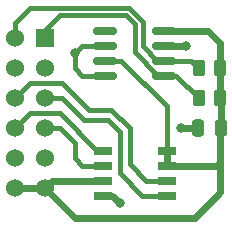
<source format=gtl>
%TF.GenerationSoftware,KiCad,Pcbnew,(6.0.5)*%
%TF.CreationDate,2022-05-30T11:24:41-06:00*%
%TF.ProjectId,PMOD_MEM,504d4f44-5f4d-4454-9d2e-6b696361645f,rev?*%
%TF.SameCoordinates,Original*%
%TF.FileFunction,Copper,L1,Top*%
%TF.FilePolarity,Positive*%
%FSLAX46Y46*%
G04 Gerber Fmt 4.6, Leading zero omitted, Abs format (unit mm)*
G04 Created by KiCad (PCBNEW (6.0.5)) date 2022-05-30 11:24:41*
%MOMM*%
%LPD*%
G01*
G04 APERTURE LIST*
G04 Aperture macros list*
%AMRoundRect*
0 Rectangle with rounded corners*
0 $1 Rounding radius*
0 $2 $3 $4 $5 $6 $7 $8 $9 X,Y pos of 4 corners*
0 Add a 4 corners polygon primitive as box body*
4,1,4,$2,$3,$4,$5,$6,$7,$8,$9,$2,$3,0*
0 Add four circle primitives for the rounded corners*
1,1,$1+$1,$2,$3*
1,1,$1+$1,$4,$5*
1,1,$1+$1,$6,$7*
1,1,$1+$1,$8,$9*
0 Add four rect primitives between the rounded corners*
20,1,$1+$1,$2,$3,$4,$5,0*
20,1,$1+$1,$4,$5,$6,$7,0*
20,1,$1+$1,$6,$7,$8,$9,0*
20,1,$1+$1,$8,$9,$2,$3,0*%
G04 Aperture macros list end*
%TA.AperFunction,ComponentPad*%
%ADD10R,1.524000X1.524000*%
%TD*%
%TA.AperFunction,ComponentPad*%
%ADD11C,1.524000*%
%TD*%
%TA.AperFunction,SMDPad,CuDef*%
%ADD12RoundRect,0.250000X0.262500X0.450000X-0.262500X0.450000X-0.262500X-0.450000X0.262500X-0.450000X0*%
%TD*%
%TA.AperFunction,SMDPad,CuDef*%
%ADD13RoundRect,0.250000X0.250000X0.475000X-0.250000X0.475000X-0.250000X-0.475000X0.250000X-0.475000X0*%
%TD*%
%TA.AperFunction,SMDPad,CuDef*%
%ADD14RoundRect,0.150000X-0.825000X-0.150000X0.825000X-0.150000X0.825000X0.150000X-0.825000X0.150000X0*%
%TD*%
%TA.AperFunction,SMDPad,CuDef*%
%ADD15R,1.525000X0.700000*%
%TD*%
%TA.AperFunction,ViaPad*%
%ADD16C,0.800000*%
%TD*%
%TA.AperFunction,Conductor*%
%ADD17C,0.600000*%
%TD*%
%TA.AperFunction,Conductor*%
%ADD18C,0.400000*%
%TD*%
G04 APERTURE END LIST*
D10*
%TO.P,PMOD1,1,IOA0*%
%TO.N,/SDA*%
X102870000Y-100330000D03*
D11*
%TO.P,PMOD1,2,IOA1*%
%TO.N,unconnected-(PMOD1-Pad2)*%
X102870000Y-102870000D03*
%TO.P,PMOD1,3,IOA2*%
%TO.N,/MOSI*%
X102870000Y-105410000D03*
%TO.P,PMOD1,4,IOA3*%
%TO.N,/MISO*%
X102870000Y-107950000D03*
%TO.P,PMOD1,5,GND*%
%TO.N,GND*%
X102870000Y-110490000D03*
%TO.P,PMOD1,6,VCC*%
%TO.N,+3V3*%
X102870000Y-113030000D03*
%TO.P,PMOD1,7,IOB0*%
%TO.N,/SCL*%
X100330000Y-100330000D03*
%TO.P,PMOD1,8,IOB1*%
%TO.N,unconnected-(PMOD1-Pad8)*%
X100330000Y-102870000D03*
%TO.P,PMOD1,9,IOB2*%
%TO.N,/SCLK*%
X100330000Y-105410000D03*
%TO.P,PMOD1,10,IOB3*%
%TO.N,/~{CS}*%
X100330000Y-107950000D03*
%TO.P,PMOD1,11,GND*%
%TO.N,GND*%
X100330000Y-110490000D03*
%TO.P,PMOD1,12,VCC*%
%TO.N,+3V3*%
X100330000Y-113030000D03*
%TD*%
D12*
%TO.P,R2,1*%
%TO.N,+3V3*%
X117752500Y-102870000D03*
%TO.P,R2,2*%
%TO.N,/SCL*%
X115927500Y-102870000D03*
%TD*%
D13*
%TO.P,C1,1*%
%TO.N,+3V3*%
X117790000Y-107950000D03*
%TO.P,C1,2*%
%TO.N,GND*%
X115890000Y-107950000D03*
%TD*%
D12*
%TO.P,R1,1*%
%TO.N,+3V3*%
X117752500Y-105410000D03*
%TO.P,R1,2*%
%TO.N,/SDA*%
X115927500Y-105410000D03*
%TD*%
D14*
%TO.P,U1,1,NC*%
%TO.N,unconnected-(U1-Pad1)*%
X108015000Y-99695000D03*
%TO.P,U1,2,A1*%
%TO.N,GND*%
X108015000Y-100965000D03*
%TO.P,U1,3,A2*%
%TO.N,+3V3*%
X108015000Y-102235000D03*
%TO.P,U1,4,GND*%
%TO.N,GND*%
X108015000Y-103505000D03*
%TO.P,U1,5,SDA*%
%TO.N,/SDA*%
X112965000Y-103505000D03*
%TO.P,U1,6,SCL*%
%TO.N,/SCL*%
X112965000Y-102235000D03*
%TO.P,U1,7,WP*%
%TO.N,GND*%
X112965000Y-100965000D03*
%TO.P,U1,8,VCC*%
%TO.N,+3V3*%
X112965000Y-99695000D03*
%TD*%
D15*
%TO.P,IC1,1,~{CS}*%
%TO.N,/~{CS}*%
X107778000Y-109855000D03*
%TO.P,IC1,2,DO_(IO1)*%
%TO.N,/MISO*%
X107778000Y-111125000D03*
%TO.P,IC1,3,~{WP_(IO2})*%
%TO.N,+3V3*%
X107778000Y-112395000D03*
%TO.P,IC1,4,GND*%
%TO.N,GND*%
X107778000Y-113665000D03*
%TO.P,IC1,5,DI_(IO0)*%
%TO.N,/MOSI*%
X113202000Y-113665000D03*
%TO.P,IC1,6,CLK*%
%TO.N,/SCLK*%
X113202000Y-112395000D03*
%TO.P,IC1,7,~{HOLD_OR_}RESET_(IO3)*%
%TO.N,+3V3*%
X113202000Y-111125000D03*
%TO.P,IC1,8,VCC*%
X113202000Y-109855000D03*
%TD*%
D16*
%TO.N,GND*%
X109220000Y-114300000D03*
X105410000Y-101600000D03*
X114814398Y-100983713D03*
X114404366Y-107954250D03*
%TD*%
D17*
%TO.N,GND*%
X107778000Y-113665000D02*
X108585000Y-113665000D01*
D18*
X106045000Y-100965000D02*
X108015000Y-100965000D01*
D17*
X114795685Y-100965000D02*
X112965000Y-100965000D01*
D18*
X105410000Y-102870000D02*
X106045000Y-103505000D01*
X105410000Y-101600000D02*
X106045000Y-100965000D01*
D17*
X108585000Y-113665000D02*
X109220000Y-114300000D01*
D18*
X106045000Y-103505000D02*
X108015000Y-103505000D01*
D17*
X114814398Y-100983713D02*
X114795685Y-100965000D01*
X115890000Y-107950000D02*
X114408616Y-107950000D01*
D18*
X105410000Y-101600000D02*
X105410000Y-102870000D01*
D17*
X114408616Y-107950000D02*
X114404366Y-107954250D01*
%TO.N,+3V3*%
X117475000Y-111125000D02*
X113202000Y-111125000D01*
X115570000Y-115570000D02*
X117752500Y-113387500D01*
X102870000Y-113030000D02*
X105410000Y-115570000D01*
X116698972Y-99695000D02*
X117738101Y-100734129D01*
X117752500Y-107987500D02*
X117790000Y-107950000D01*
X105410000Y-115570000D02*
X115570000Y-115570000D01*
X103505000Y-112395000D02*
X107778000Y-112395000D01*
D18*
X113217601Y-106106096D02*
X113217601Y-109839399D01*
X109346505Y-102235000D02*
X113217601Y-106106096D01*
D17*
X117752500Y-110847500D02*
X117752500Y-107987500D01*
X117752500Y-105410000D02*
X117752500Y-102870000D01*
D18*
X113217601Y-109839399D02*
X113202000Y-109855000D01*
D17*
X113202000Y-111125000D02*
X113202000Y-109855000D01*
D18*
X108015000Y-102235000D02*
X109346505Y-102235000D01*
D17*
X117752500Y-113387500D02*
X117752500Y-110847500D01*
X117738101Y-102855601D02*
X117752500Y-102870000D01*
X102870000Y-113030000D02*
X103505000Y-112395000D01*
X117738101Y-100734129D02*
X117738101Y-102855601D01*
X117790000Y-107950000D02*
X117790000Y-105447500D01*
X117790000Y-105447500D02*
X117752500Y-105410000D01*
X112965000Y-99695000D02*
X116698972Y-99695000D01*
X100330000Y-113030000D02*
X102870000Y-113030000D01*
X117752500Y-110847500D02*
X117475000Y-111125000D01*
D18*
%TO.N,/~{CS}*%
X107778000Y-109855000D02*
X107315000Y-109855000D01*
X107315000Y-109855000D02*
X104140000Y-106680000D01*
X104140000Y-106680000D02*
X101600000Y-106680000D01*
X101600000Y-106680000D02*
X100330000Y-107950000D01*
%TO.N,/MISO*%
X106045000Y-111125000D02*
X105410000Y-110490000D01*
X102870000Y-107950000D02*
X104140000Y-107950000D01*
X105410000Y-110490000D02*
X105410000Y-109220000D01*
X107778000Y-111125000D02*
X106045000Y-111125000D01*
X104140000Y-107950000D02*
X105410000Y-109220000D01*
%TO.N,/MOSI*%
X111116874Y-113665000D02*
X113202000Y-113665000D01*
X108246591Y-107300536D02*
X109227102Y-108281047D01*
X109227102Y-108281047D02*
X109227102Y-111775228D01*
X102870000Y-105410000D02*
X104341553Y-105410000D01*
X104341553Y-105410000D02*
X106232089Y-107300536D01*
X106232089Y-107300536D02*
X108246591Y-107300536D01*
X109227102Y-111775228D02*
X111116874Y-113665000D01*
%TO.N,/SCLK*%
X104355130Y-104140000D02*
X106606466Y-106391336D01*
X100330000Y-105410000D02*
X101600000Y-104140000D01*
X111433517Y-112395000D02*
X110064993Y-111026476D01*
X110064993Y-107960152D02*
X110064993Y-111026476D01*
X113202000Y-112395000D02*
X111433517Y-112395000D01*
X106606466Y-106391336D02*
X108496177Y-106391336D01*
X101600000Y-104140000D02*
X104355130Y-104140000D01*
X108496177Y-106391336D02*
X110064993Y-107960152D01*
%TO.N,/SDA*%
X110490000Y-99131943D02*
X109747577Y-98389520D01*
X112965000Y-103505000D02*
X114022500Y-103505000D01*
X110490000Y-101512138D02*
X110490000Y-99131943D01*
X104140000Y-98389520D02*
X102870000Y-99659520D01*
X112482862Y-103505000D02*
X110490000Y-101512138D01*
X109747577Y-98389520D02*
X104140000Y-98389520D01*
X114022500Y-103505000D02*
X115927500Y-105410000D01*
X102870000Y-99659520D02*
X102870000Y-100330000D01*
X112965000Y-103505000D02*
X112482862Y-103505000D01*
D17*
X112965000Y-103505000D02*
X112341441Y-103505000D01*
D18*
%TO.N,/SCL*%
X111193771Y-101033771D02*
X112395000Y-102235000D01*
D17*
X112965000Y-102235000D02*
X112341441Y-102235000D01*
D18*
X111193771Y-98987864D02*
X111193771Y-101033771D01*
X100330000Y-99060000D02*
X101600000Y-97790000D01*
X109995907Y-97790000D02*
X111193771Y-98987864D01*
X115292500Y-102235000D02*
X112965000Y-102235000D01*
X112395000Y-102235000D02*
X112965000Y-102235000D01*
X115292500Y-102235000D02*
X115927500Y-102870000D01*
X101600000Y-97790000D02*
X109995907Y-97790000D01*
X100330000Y-100330000D02*
X100330000Y-99060000D01*
%TD*%
M02*

</source>
